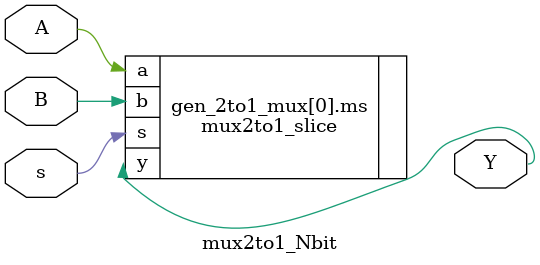
<source format=sv>
module mux2to1_Nbit #(parameter N=1)
                (   input  logic [N-1:0] A,
                    input  logic [N-1:0] B,
                    input  logic s,
                    output logic [N-1:0] Y);

    // Generate N bit 2-1 mux
    genvar i;
    generate
        for (i = 0; i < N; i++) begin : gen_2to1_mux
            mux2to1_slice ms (.a(A[i]),
                            .b(B[i]),
                            .s(s),
                            .y(Y[i]));
        end
    endgenerate
endmodule

</source>
